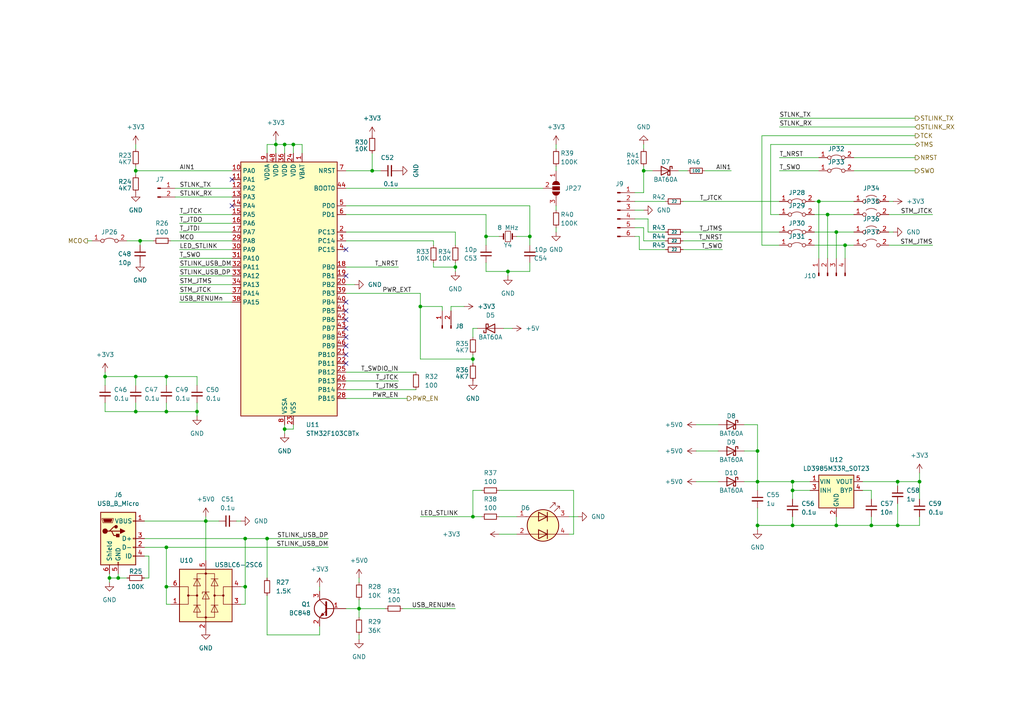
<source format=kicad_sch>
(kicad_sch (version 20230121) (generator eeschema)
  (paper "A4")
  (lib_symbols
    (symbol "Connector:Conn_01x02_Pin" (pin_names (offset 1.016) hide)
      (property "Reference" "J" (at 0 2.54 0))
      (property "Value" "Conn_01x02_Pin" (at 0 -5.08 0))
      (symbol "Conn_01x02_Pin_1_1"
        (pin passive line (at 5.08 0 180) (length 3.81) (name "Pin_1") (number "1"))
        (pin passive line (at 5.08 -2.54 180) (length 3.81) (name "Pin_2") (number "2"))
      )
    )
    (symbol "Connector:Conn_01x04_Pin" (pin_names (offset 1.016) hide)
      (property "Reference" "J" (at 0 5.08 0))
      (property "Value" "Conn_01x04_Pin" (at 0 -7.62 0))
      (symbol "Conn_01x04_Pin_1_1"
        (pin passive line (at 5.08 2.54 180) (length 3.81) (name "Pin_1") (number "1"))
        (pin passive line (at 5.08 0 180) (length 3.81) (name "Pin_2") (number "2"))
        (pin passive line (at 5.08 -2.54 180) (length 3.81) (name "Pin_3") (number "3"))
        (pin passive line (at 5.08 -5.08 180) (length 3.81) (name "Pin_4") (number "4"))
      )
    )
    (symbol "Connector:Conn_01x06_Pin" (pin_names (offset 1.016) hide)
      (property "Reference" "J" (at 0 7.62 0))
      (property "Value" "Conn_01x06_Pin" (at 0 -10.16 0))
      (symbol "Conn_01x06_Pin_1_1"
        (pin passive line (at 5.08 5.08 180) (length 3.81) (name "Pin_1") (number "1"))
        (pin passive line (at 5.08 2.54 180) (length 3.81) (name "Pin_2") (number "2"))
        (pin passive line (at 5.08 0 180) (length 3.81) (name "Pin_3") (number "3"))
        (pin passive line (at 5.08 -2.54 180) (length 3.81) (name "Pin_4") (number "4"))
        (pin passive line (at 5.08 -5.08 180) (length 3.81) (name "Pin_5") (number "5"))
        (pin passive line (at 5.08 -7.62 180) (length 3.81) (name "Pin_6") (number "6"))
      )
    )
    (symbol "Connector:USB_B_Micro" (pin_names (offset 1.016))
      (property "Reference" "J" (at -5.08 11.43 0))
      (property "Value" "USB_B_Micro" (at -5.08 8.89 0))
      (symbol "USB_B_Micro_1_1"
        (pin power_out line (at 7.62 5.08 180) (length 2.54) (name "VBUS") (number "1"))
        (pin bidirectional line (at 7.62 -2.54 180) (length 2.54) (name "D-") (number "2"))
        (pin bidirectional line (at 7.62 0 180) (length 2.54) (name "D+") (number "3"))
        (pin passive line (at 7.62 -5.08 180) (length 2.54) (name "ID") (number "4"))
        (pin power_out line (at 0 -10.16 90) (length 2.54) (name "GND") (number "5"))
        (pin passive line (at -2.54 -10.16 90) (length 2.54) (name "Shield") (number "6"))
      )
    )
    (symbol "Device:C_Small" (pin_numbers hide) (pin_names (offset 0.254) hide)
      (property "Reference" "C" (at 0.254 1.778 0))
      (property "Value" "C_Small" (at 0.254 -2.032 0))
      (symbol "C_Small_1_1"
        (pin passive line (at 0 2.54 270) (length 2.032) (name "~") (number "1"))
        (pin passive line (at 0 -2.54 90) (length 2.032) (name "~") (number "2"))
      )
    )
    (symbol "Device:Crystal_Small" (pin_numbers hide) (pin_names (offset 1.016) hide)
      (property "Reference" "Y2" (at 0 2.54 0))
      (property "Value" "8 MHz" (at 0 -2.54 0))
      (symbol "Crystal_Small_1_1"
        (pin passive line (at -2.54 0 0) (length 1.27) (name "1") (number "1"))
        (pin passive line (at 2.54 0 180) (length 1.27) (name "3") (number "3"))
      )
    )
    (symbol "Device:LED_Dual_AAKK" (pin_names (offset 0) hide)
      (property "Reference" "D" (at 0 5.715 0))
      (property "Value" "LED_Dual_AAKK" (at 0 -6.35 0))
      (symbol "LED_Dual_AAKK_1_1"
        (pin input line (at -7.62 2.54 0) (length 3.048) (name "A1") (number "1"))
        (pin input line (at -7.62 -2.54 0) (length 3.048) (name "A2") (number "2"))
        (pin input line (at 7.62 2.54 180) (length 3.81) (name "K1") (number "3"))
        (pin input line (at 7.62 -2.54 180) (length 3.81) (name "K2") (number "4"))
      )
    )
    (symbol "Device:R_Small" (pin_numbers hide) (pin_names (offset 0.254) hide)
      (property "Reference" "R" (at 0.762 0.508 0))
      (property "Value" "R_Small" (at 0.762 -1.016 0))
      (symbol "R_Small_1_1"
        (pin passive line (at 0 2.54 270) (length 0.762) (name "~") (number "1"))
        (pin passive line (at 0 -2.54 90) (length 0.762) (name "~") (number "2"))
      )
    )
    (symbol "Diode:BAT60A" (pin_numbers hide) (pin_names (offset 1.016) hide)
      (property "Reference" "D" (at 0 2.54 0))
      (property "Value" "BAT60A" (at 0 -2.54 0))
      (symbol "BAT60A_1_1"
        (pin passive line (at -3.81 0 0) (length 2.54) (name "K") (number "1"))
        (pin passive line (at 3.81 0 180) (length 2.54) (name "A") (number "2"))
      )
    )
    (symbol "Jumper:Jumper_2_Bridged" (pin_names (offset 0) hide)
      (property "Reference" "JP" (at 0 1.905 0))
      (property "Value" "Jumper_2_Bridged" (at 0 -2.54 0))
      (symbol "Jumper_2_Bridged_1_1"
        (pin passive line (at -5.08 0 0) (length 2.54) (name "A") (number "1"))
        (pin passive line (at 5.08 0 180) (length 2.54) (name "B") (number "2"))
      )
    )
    (symbol "Jumper:Jumper_2_Open" (pin_names (offset 0) hide)
      (property "Reference" "JP" (at 0 2.794 0))
      (property "Value" "Jumper_2_Open" (at 0 -2.286 0))
      (symbol "Jumper_2_Open_1_1"
        (pin passive line (at -5.08 0 0) (length 2.54) (name "A") (number "1"))
        (pin passive line (at 5.08 0 180) (length 2.54) (name "B") (number "2"))
      )
    )
    (symbol "Jumper:SolderJumper_3_Open" (pin_names (offset 0) hide)
      (property "Reference" "JP" (at -2.54 -2.54 0))
      (property "Value" "SolderJumper_3_Open" (at 0 2.794 0))
      (symbol "SolderJumper_3_Open_1_1"
        (pin passive line (at -5.08 0 0) (length 2.54) (name "A") (number "1"))
        (pin passive line (at 0 -3.81 90) (length 2.54) (name "C") (number "2"))
        (pin passive line (at 5.08 0 180) (length 2.54) (name "B") (number "3"))
      )
    )
    (symbol "MCU_ST_STM32F1:STM32F103CBTx"
      (property "Reference" "U" (at -12.7 39.37 0))
      (property "Value" "STM32F103CBTx" (at 10.16 39.37 0))
      (symbol "STM32F103CBTx_1_1"
        (pin power_in line (at -2.54 40.64 270) (length 2.54) (name "VBAT") (number "1"))
        (pin bidirectional line (at 17.78 35.56 180) (length 2.54) (name "PA0") (number "10"))
        (pin bidirectional line (at 17.78 33.02 180) (length 2.54) (name "PA1") (number "11"))
        (pin bidirectional line (at 17.78 30.48 180) (length 2.54) (name "PA2") (number "12"))
        (pin bidirectional line (at 17.78 27.94 180) (length 2.54) (name "PA3") (number "13"))
        (pin bidirectional line (at 17.78 25.4 180) (length 2.54) (name "PA4") (number "14"))
        (pin bidirectional line (at 17.78 22.86 180) (length 2.54) (name "PA5") (number "15"))
        (pin bidirectional line (at 17.78 20.32 180) (length 2.54) (name "PA6") (number "16"))
        (pin bidirectional line (at 17.78 17.78 180) (length 2.54) (name "PA7") (number "17"))
        (pin bidirectional line (at -15.24 7.62 0) (length 2.54) (name "PB0") (number "18"))
        (pin bidirectional line (at -15.24 5.08 0) (length 2.54) (name "PB1") (number "19"))
        (pin bidirectional line (at -15.24 17.78 0) (length 2.54) (name "PC13") (number "2"))
        (pin bidirectional line (at -15.24 2.54 0) (length 2.54) (name "PB2") (number "20"))
        (pin bidirectional line (at -15.24 -17.78 0) (length 2.54) (name "PB10") (number "21"))
        (pin bidirectional line (at -15.24 -20.32 0) (length 2.54) (name "PB11") (number "22"))
        (pin power_in line (at 0 -38.1 90) (length 2.54) (name "VSS") (number "23"))
        (pin power_in line (at 0 40.64 270) (length 2.54) (name "VDD") (number "24"))
        (pin bidirectional line (at -15.24 -22.86 0) (length 2.54) (name "PB12") (number "25"))
        (pin bidirectional line (at -15.24 -25.4 0) (length 2.54) (name "PB13") (number "26"))
        (pin bidirectional line (at -15.24 -27.94 0) (length 2.54) (name "PB14") (number "27"))
        (pin bidirectional line (at -15.24 -30.48 0) (length 2.54) (name "PB15") (number "28"))
        (pin bidirectional line (at 17.78 15.24 180) (length 2.54) (name "PA8") (number "29"))
        (pin bidirectional line (at -15.24 15.24 0) (length 2.54) (name "PC14") (number "3"))
        (pin bidirectional line (at 17.78 12.7 180) (length 2.54) (name "PA9") (number "30"))
        (pin bidirectional line (at 17.78 10.16 180) (length 2.54) (name "PA10") (number "31"))
        (pin bidirectional line (at 17.78 7.62 180) (length 2.54) (name "PA11") (number "32"))
        (pin bidirectional line (at 17.78 5.08 180) (length 2.54) (name "PA12") (number "33"))
        (pin bidirectional line (at 17.78 2.54 180) (length 2.54) (name "PA13") (number "34"))
        (pin passive line (at 0 -38.1 90) (length 2.54) hide (name "VSS") (number "35"))
        (pin power_in line (at 2.54 40.64 270) (length 2.54) (name "VDD") (number "36"))
        (pin bidirectional line (at 17.78 0 180) (length 2.54) (name "PA14") (number "37"))
        (pin bidirectional line (at 17.78 -2.54 180) (length 2.54) (name "PA15") (number "38"))
        (pin bidirectional line (at -15.24 0 0) (length 2.54) (name "PB3") (number "39"))
        (pin bidirectional line (at -15.24 12.7 0) (length 2.54) (name "PC15") (number "4"))
        (pin bidirectional line (at -15.24 -2.54 0) (length 2.54) (name "PB4") (number "40"))
        (pin bidirectional line (at -15.24 -5.08 0) (length 2.54) (name "PB5") (number "41"))
        (pin bidirectional line (at -15.24 -7.62 0) (length 2.54) (name "PB6") (number "42"))
        (pin bidirectional line (at -15.24 -10.16 0) (length 2.54) (name "PB7") (number "43"))
        (pin input line (at -15.24 30.48 0) (length 2.54) (name "BOOT0") (number "44"))
        (pin bidirectional line (at -15.24 -12.7 0) (length 2.54) (name "PB8") (number "45"))
        (pin bidirectional line (at -15.24 -15.24 0) (length 2.54) (name "PB9") (number "46"))
        (pin passive line (at 0 -38.1 90) (length 2.54) hide (name "VSS") (number "47"))
        (pin power_in line (at 5.08 40.64 270) (length 2.54) (name "VDD") (number "48"))
        (pin bidirectional line (at -15.24 25.4 0) (length 2.54) (name "PD0") (number "5"))
        (pin bidirectional line (at -15.24 22.86 0) (length 2.54) (name "PD1") (number "6"))
        (pin input line (at -15.24 35.56 0) (length 2.54) (name "NRST") (number "7"))
        (pin power_in line (at 2.54 -38.1 90) (length 2.54) (name "VSSA") (number "8"))
        (pin power_in line (at 7.62 40.64 270) (length 2.54) (name "VDDA") (number "9"))
      )
    )
    (symbol "Power_Protection:USBLC6-2SC6" (pin_names hide)
      (property "Reference" "U" (at 2.54 8.89 0))
      (property "Value" "USBLC6-2SC6" (at 2.54 -8.89 0))
      (symbol "USBLC6-2SC6_1_1"
        (pin passive line (at -10.16 -2.54 0) (length 2.54) (name "I/O1") (number "1"))
        (pin passive line (at 0 -10.16 90) (length 2.54) (name "GND") (number "2"))
        (pin passive line (at 10.16 -2.54 180) (length 2.54) (name "I/O2") (number "3"))
        (pin passive line (at 10.16 2.54 180) (length 2.54) (name "I/O2") (number "4"))
        (pin passive line (at 0 10.16 270) (length 2.54) (name "VBUS") (number "5"))
        (pin passive line (at -10.16 2.54 0) (length 2.54) (name "I/O1") (number "6"))
      )
    )
    (symbol "Regulator_Linear:LD3985M33R_SOT23" (pin_names (offset 0.254))
      (property "Reference" "U" (at -3.81 5.715 0))
      (property "Value" "LD3985M33R_SOT23" (at 0 5.715 0))
      (symbol "LD3985M33R_SOT23_1_1"
        (pin power_in line (at -7.62 2.54 0) (length 2.54) (name "VIN") (number "1"))
        (pin power_in line (at 0 -7.62 90) (length 2.54) (name "GND") (number "2"))
        (pin input line (at -7.62 0 0) (length 2.54) (name "INH") (number "3"))
        (pin input line (at 7.62 0 180) (length 2.54) (name "BYP") (number "4"))
        (pin power_out line (at 7.62 2.54 180) (length 2.54) (name "VOUT") (number "5"))
      )
    )
    (symbol "Transistor_BJT:BC848" (pin_names (offset 0) hide)
      (property "Reference" "Q" (at 5.08 1.905 0))
      (property "Value" "BC848" (at 5.08 0 0))
      (symbol "BC848_1_1"
        (pin input line (at -5.08 0 0) (length 5.715) (name "B") (number "1"))
        (pin passive line (at 2.54 -5.08 90) (length 2.54) (name "E") (number "2"))
        (pin passive line (at 2.54 5.08 270) (length 2.54) (name "C") (number "3"))
      )
    )
    (symbol "meshium_duo:+3V3_PER" (power) (pin_names (offset 0))
      (property "Value" "+3V3_PER" (at 0 3.556 0))
      (symbol "+3V3_PER_1_1"
        (pin power_in line (at 0 0 90) (length 0) hide (name "+3V3") (number "1"))
      )
    )
    (symbol "meshium_duo:+3V3_ST_LINK" (power) (pin_names (offset 0))
      (property "Value" "+3V3_ST_LINK" (at 0 3.556 0))
      (symbol "+3V3_ST_LINK_1_1"
        (pin power_in line (at 0 0 90) (length 0) hide (name "+3V3") (number "1"))
      )
    )
    (symbol "meshium_duo:E5V" (power) (pin_names (offset 0))
      (property "Value" "E5V" (at 0 3.556 0))
      (symbol "E5V_1_1"
        (pin power_in line (at 0 0 90) (length 0) hide (name "+5V0") (number "1"))
      )
    )
    (symbol "meshium_duo:U5V" (power) (pin_names (offset 0))
      (property "Value" "U5V" (at 0 3.556 0))
      (symbol "U5V_1_1"
        (pin power_in line (at 0 0 90) (length 0) hide (name "+5V0") (number "1"))
      )
    )
    (symbol "meshium_duo:VIN_5V" (power) (pin_names (offset 0))
      (property "Value" "VIN_5V" (at 0 3.556 0))
      (symbol "VIN_5V_1_1"
        (pin power_in line (at 0 0 90) (length 0) hide (name "+5V0") (number "1"))
      )
    )
    (symbol "power:+5V" (power) (pin_names (offset 0))
      (property "Value" "+5V" (at 0 3.556 0))
      (symbol "+5V_1_1"
        (pin power_in line (at 0 0 90) (length 0) hide (name "+5V") (number "1"))
      )
    )
    (symbol "power:GND" (power) (pin_names (offset 0))
      (property "Value" "GND" (at 0 -3.81 0))
      (symbol "GND_1_1"
        (pin power_in line (at 0 0 270) (length 0) hide (name "GND") (number "1"))
      )
    )
  )
  (junction (at 31.75 167.64))
  (junction (at 71.12 170.18))
  (junction (at 39.37 109.22))
  (junction (at 137.16 104.14))
  (junction (at 82.55 124.46))
  (junction (at 186.69 49.53))
  (junction (at 57.15 119.38))
  (junction (at 30.48 109.22))
  (junction (at 107.95 49.53))
  (junction (at 260.35 139.7))
  (junction (at 229.87 152.4))
  (junction (at 252.73 152.4))
  (junction (at 71.12 156.21))
  (junction (at 245.11 71.12))
  (junction (at 121.92 88.9))
  (junction (at 39.37 119.38))
  (junction (at 137.16 149.86))
  (junction (at 140.97 68.58))
  (junction (at 48.26 119.38))
  (junction (at 260.35 152.4))
  (junction (at 219.71 130.81))
  (junction (at 266.7 139.7))
  (junction (at 48.26 170.18))
  (junction (at 80.01 41.91))
  (junction (at 147.32 78.74))
  (junction (at 237.49 58.42))
  (junction (at 240.03 62.23))
  (junction (at 242.57 67.31))
  (junction (at 39.37 49.53))
  (junction (at 219.71 139.7))
  (junction (at 48.26 158.75))
  (junction (at 34.29 167.64))
  (junction (at 40.64 69.85))
  (junction (at 219.71 152.4))
  (junction (at 153.67 68.58))
  (junction (at 85.09 41.91))
  (junction (at 242.57 152.4))
  (junction (at 229.87 139.7))
  (junction (at 132.08 77.47))
  (junction (at 48.26 109.22))
  (junction (at 229.87 142.24))
  (junction (at 82.55 41.91))
  (junction (at 77.47 156.21))
  (junction (at 104.14 176.53))
  (junction (at 59.69 151.13))
  (no_connect (at 67.31 59.69))
  (no_connect (at 100.33 80.01))
  (no_connect (at 100.33 72.39))
  (no_connect (at 100.33 100.33))
  (no_connect (at 100.33 92.71))
  (no_connect (at 100.33 95.25))
  (no_connect (at 100.33 87.63))
  (no_connect (at 100.33 105.41))
  (no_connect (at 100.33 90.17))
  (no_connect (at 67.31 52.07))
  (no_connect (at 100.33 102.87))
  (no_connect (at 100.33 97.79))
  (wire (pts (xy 144.78 149.86) (xy 149.86 149.86)))
  (wire (pts (xy 52.07 85.09) (xy 67.31 85.09)))
  (wire (pts (xy 161.29 66.04) (xy 161.29 67.31)))
  (wire (pts (xy 257.81 67.31) (xy 259.08 67.31)))
  (wire (pts (xy 219.71 139.7) (xy 215.9 139.7)))
  (wire (pts (xy 36.83 69.85) (xy 40.64 69.85)))
  (wire (pts (xy 100.33 82.55) (xy 102.87 82.55)))
  (wire (pts (xy 184.15 55.88) (xy 186.69 55.88)))
  (wire (pts (xy 39.37 116.84) (xy 39.37 119.38)))
  (wire (pts (xy 226.06 34.29) (xy 265.43 34.29)))
  (wire (pts (xy 41.91 151.13) (xy 59.69 151.13)))
  (wire (pts (xy 186.69 48.26) (xy 186.69 49.53)))
  (wire (pts (xy 147.32 80.01) (xy 147.32 78.74)))
  (wire (pts (xy 153.67 59.69) (xy 153.67 68.58)))
  (wire (pts (xy 48.26 119.38) (xy 39.37 119.38)))
  (wire (pts (xy 31.75 167.64) (xy 34.29 167.64)))
  (wire (pts (xy 80.01 41.91) (xy 80.01 44.45)))
  (wire (pts (xy 116.84 176.53) (xy 132.08 176.53)))
  (wire (pts (xy 77.47 156.21) (xy 77.47 167.64)))
  (wire (pts (xy 226.06 49.53) (xy 237.49 49.53)))
  (wire (pts (xy 139.7 142.24) (xy 137.16 142.24)))
  (wire (pts (xy 68.58 151.13) (xy 69.85 151.13)))
  (wire (pts (xy 121.92 104.14) (xy 121.92 88.9)))
  (wire (pts (xy 100.33 69.85) (xy 125.73 69.85)))
  (wire (pts (xy 52.07 67.31) (xy 67.31 67.31)))
  (wire (pts (xy 100.33 77.47) (xy 115.57 77.47)))
  (wire (pts (xy 31.75 166.37) (xy 31.75 167.64)))
  (wire (pts (xy 107.95 49.53) (xy 100.33 49.53)))
  (wire (pts (xy 43.18 167.64) (xy 41.91 167.64)))
  (wire (pts (xy 260.35 146.05) (xy 260.35 152.4)))
  (wire (pts (xy 48.26 109.22) (xy 48.26 111.76)))
  (wire (pts (xy 266.7 139.7) (xy 266.7 144.78)))
  (wire (pts (xy 85.09 124.46) (xy 82.55 124.46)))
  (wire (pts (xy 77.47 184.15) (xy 77.47 172.72)))
  (wire (pts (xy 236.22 58.42) (xy 237.49 58.42)))
  (wire (pts (xy 128.27 88.9) (xy 121.92 88.9)))
  (wire (pts (xy 153.67 68.58) (xy 153.67 71.12)))
  (wire (pts (xy 140.97 62.23) (xy 100.33 62.23)))
  (wire (pts (xy 140.97 78.74) (xy 140.97 76.2)))
  (wire (pts (xy 250.19 139.7) (xy 260.35 139.7)))
  (wire (pts (xy 226.06 71.12) (xy 220.98 71.12)))
  (wire (pts (xy 104.14 176.53) (xy 104.14 179.07)))
  (wire (pts (xy 48.26 116.84) (xy 48.26 119.38)))
  (wire (pts (xy 50.8 57.15) (xy 67.31 57.15)))
  (wire (pts (xy 229.87 152.4) (xy 242.57 152.4)))
  (wire (pts (xy 186.69 69.85) (xy 193.04 69.85)))
  (wire (pts (xy 140.97 68.58) (xy 140.97 71.12)))
  (wire (pts (xy 260.35 139.7) (xy 260.35 140.97)))
  (wire (pts (xy 137.16 104.14) (xy 121.92 104.14)))
  (wire (pts (xy 40.64 69.85) (xy 40.64 71.12)))
  (wire (pts (xy 59.69 149.86) (xy 59.69 151.13)))
  (wire (pts (xy 229.87 149.86) (xy 229.87 152.4)))
  (wire (pts (xy 237.49 58.42) (xy 237.49 74.93)))
  (wire (pts (xy 257.81 71.12) (xy 270.51 71.12)))
  (wire (pts (xy 121.92 149.86) (xy 137.16 149.86)))
  (wire (pts (xy 43.18 161.29) (xy 43.18 167.64)))
  (wire (pts (xy 69.85 170.18) (xy 71.12 170.18)))
  (wire (pts (xy 219.71 152.4) (xy 229.87 152.4)))
  (wire (pts (xy 146.05 95.25) (xy 148.59 95.25)))
  (wire (pts (xy 198.12 58.42) (xy 226.06 58.42)))
  (wire (pts (xy 186.69 41.91) (xy 186.69 43.18)))
  (wire (pts (xy 30.48 107.95) (xy 30.48 109.22)))
  (wire (pts (xy 25.4 69.85) (xy 26.67 69.85)))
  (wire (pts (xy 85.09 123.19) (xy 85.09 124.46)))
  (wire (pts (xy 196.85 49.53) (xy 199.39 49.53)))
  (wire (pts (xy 184.15 68.58) (xy 185.42 68.58)))
  (wire (pts (xy 34.29 167.64) (xy 34.29 166.37)))
  (wire (pts (xy 198.12 67.31) (xy 226.06 67.31)))
  (wire (pts (xy 242.57 67.31) (xy 247.65 67.31)))
  (wire (pts (xy 50.8 54.61) (xy 67.31 54.61)))
  (wire (pts (xy 100.33 113.03) (xy 120.65 113.03)))
  (wire (pts (xy 82.55 41.91) (xy 85.09 41.91)))
  (wire (pts (xy 92.71 184.15) (xy 77.47 184.15)))
  (wire (pts (xy 30.48 119.38) (xy 30.48 116.84)))
  (wire (pts (xy 100.33 54.61) (xy 157.48 54.61)))
  (wire (pts (xy 52.07 82.55) (xy 67.31 82.55)))
  (wire (pts (xy 80.01 41.91) (xy 82.55 41.91)))
  (wire (pts (xy 226.06 36.83) (xy 265.43 36.83)))
  (wire (pts (xy 144.78 68.58) (xy 140.97 68.58)))
  (wire (pts (xy 187.96 63.5) (xy 187.96 67.31)))
  (wire (pts (xy 48.26 170.18) (xy 48.26 175.26)))
  (wire (pts (xy 165.1 154.94) (xy 166.37 154.94)))
  (wire (pts (xy 219.71 123.19) (xy 219.71 130.81)))
  (wire (pts (xy 39.37 48.26) (xy 39.37 49.53)))
  (wire (pts (xy 165.1 149.86) (xy 167.64 149.86)))
  (wire (pts (xy 138.43 95.25) (xy 137.16 95.25)))
  (wire (pts (xy 186.69 49.53) (xy 189.23 49.53)))
  (wire (pts (xy 48.26 158.75) (xy 95.25 158.75)))
  (wire (pts (xy 223.52 41.91) (xy 265.43 41.91)))
  (wire (pts (xy 140.97 68.58) (xy 140.97 62.23)))
  (wire (pts (xy 71.12 156.21) (xy 71.12 170.18)))
  (wire (pts (xy 71.12 175.26) (xy 71.12 170.18)))
  (wire (pts (xy 229.87 139.7) (xy 234.95 139.7)))
  (wire (pts (xy 52.07 62.23) (xy 67.31 62.23)))
  (wire (pts (xy 266.7 152.4) (xy 260.35 152.4)))
  (wire (pts (xy 100.33 67.31) (xy 132.08 67.31)))
  (wire (pts (xy 198.12 72.39) (xy 209.55 72.39)))
  (wire (pts (xy 49.53 175.26) (xy 48.26 175.26)))
  (wire (pts (xy 130.81 88.9) (xy 130.81 90.17)))
  (wire (pts (xy 166.37 154.94) (xy 166.37 142.24)))
  (wire (pts (xy 266.7 139.7) (xy 266.7 137.16)))
  (wire (pts (xy 57.15 119.38) (xy 48.26 119.38)))
  (wire (pts (xy 30.48 109.22) (xy 39.37 109.22)))
  (wire (pts (xy 144.78 154.94) (xy 149.86 154.94)))
  (wire (pts (xy 52.07 80.01) (xy 67.31 80.01)))
  (wire (pts (xy 153.67 78.74) (xy 147.32 78.74)))
  (wire (pts (xy 104.14 184.15) (xy 104.14 185.42)))
  (wire (pts (xy 31.75 167.64) (xy 31.75 168.91)))
  (wire (pts (xy 220.98 71.12) (xy 220.98 39.37)))
  (wire (pts (xy 260.35 152.4) (xy 252.73 152.4)))
  (wire (pts (xy 121.92 88.9) (xy 121.92 85.09)))
  (wire (pts (xy 77.47 44.45) (xy 77.47 41.91)))
  (wire (pts (xy 39.37 49.53) (xy 39.37 50.8)))
  (wire (pts (xy 250.19 142.24) (xy 252.73 142.24)))
  (wire (pts (xy 240.03 62.23) (xy 247.65 62.23)))
  (wire (pts (xy 153.67 68.58) (xy 149.86 68.58)))
  (wire (pts (xy 153.67 76.2) (xy 153.67 78.74)))
  (wire (pts (xy 198.12 69.85) (xy 209.55 69.85)))
  (wire (pts (xy 71.12 156.21) (xy 77.47 156.21)))
  (wire (pts (xy 257.81 62.23) (xy 270.51 62.23)))
  (wire (pts (xy 252.73 142.24) (xy 252.73 144.78)))
  (wire (pts (xy 247.65 45.72) (xy 265.43 45.72)))
  (wire (pts (xy 41.91 158.75) (xy 48.26 158.75)))
  (wire (pts (xy 110.49 49.53) (xy 107.95 49.53)))
  (wire (pts (xy 132.08 77.47) (xy 132.08 78.74)))
  (wire (pts (xy 236.22 71.12) (xy 245.11 71.12)))
  (wire (pts (xy 57.15 109.22) (xy 57.15 111.76)))
  (wire (pts (xy 82.55 41.91) (xy 82.55 44.45)))
  (wire (pts (xy 125.73 69.85) (xy 125.73 71.12)))
  (wire (pts (xy 219.71 147.32) (xy 219.71 152.4)))
  (wire (pts (xy 184.15 66.04) (xy 186.69 66.04)))
  (wire (pts (xy 41.91 161.29) (xy 43.18 161.29)))
  (wire (pts (xy 219.71 152.4) (xy 219.71 153.67)))
  (wire (pts (xy 49.53 69.85) (xy 67.31 69.85)))
  (wire (pts (xy 82.55 123.19) (xy 82.55 124.46)))
  (wire (pts (xy 229.87 142.24) (xy 234.95 142.24)))
  (wire (pts (xy 39.37 49.53) (xy 67.31 49.53)))
  (wire (pts (xy 52.07 87.63) (xy 67.31 87.63)))
  (wire (pts (xy 185.42 72.39) (xy 193.04 72.39)))
  (wire (pts (xy 226.06 62.23) (xy 223.52 62.23)))
  (wire (pts (xy 215.9 130.81) (xy 219.71 130.81)))
  (wire (pts (xy 186.69 66.04) (xy 186.69 69.85)))
  (wire (pts (xy 34.29 167.64) (xy 36.83 167.64)))
  (wire (pts (xy 48.26 170.18) (xy 49.53 170.18)))
  (wire (pts (xy 147.32 78.74) (xy 140.97 78.74)))
  (wire (pts (xy 137.16 142.24) (xy 137.16 149.86)))
  (wire (pts (xy 39.37 41.91) (xy 39.37 43.18)))
  (wire (pts (xy 132.08 67.31) (xy 132.08 71.12)))
  (wire (pts (xy 166.37 142.24) (xy 144.78 142.24)))
  (wire (pts (xy 161.29 59.69) (xy 161.29 60.96)))
  (wire (pts (xy 184.15 63.5) (xy 187.96 63.5)))
  (wire (pts (xy 242.57 152.4) (xy 242.57 149.86)))
  (wire (pts (xy 236.22 67.31) (xy 242.57 67.31)))
  (wire (pts (xy 247.65 49.53) (xy 265.43 49.53)))
  (wire (pts (xy 204.47 49.53) (xy 212.09 49.53)))
  (wire (pts (xy 137.16 104.14) (xy 137.16 105.41)))
  (wire (pts (xy 184.15 58.42) (xy 193.04 58.42)))
  (wire (pts (xy 80.01 40.64) (xy 80.01 41.91)))
  (wire (pts (xy 201.93 130.81) (xy 208.28 130.81)))
  (wire (pts (xy 57.15 119.38) (xy 57.15 120.65)))
  (wire (pts (xy 82.55 125.73) (xy 82.55 124.46)))
  (wire (pts (xy 39.37 119.38) (xy 30.48 119.38)))
  (wire (pts (xy 77.47 41.91) (xy 80.01 41.91)))
  (wire (pts (xy 77.47 156.21) (xy 95.25 156.21)))
  (wire (pts (xy 220.98 39.37) (xy 265.43 39.37)))
  (wire (pts (xy 236.22 62.23) (xy 240.03 62.23)))
  (wire (pts (xy 48.26 109.22) (xy 57.15 109.22)))
  (wire (pts (xy 161.29 48.26) (xy 161.29 49.53)))
  (wire (pts (xy 59.69 162.56) (xy 59.69 151.13)))
  (wire (pts (xy 85.09 41.91) (xy 85.09 44.45)))
  (wire (pts (xy 30.48 111.76) (xy 30.48 109.22)))
  (wire (pts (xy 107.95 44.45) (xy 107.95 49.53)))
  (wire (pts (xy 229.87 142.24) (xy 229.87 144.78)))
  (wire (pts (xy 39.37 111.76) (xy 39.37 109.22)))
  (wire (pts (xy 185.42 68.58) (xy 185.42 72.39)))
  (wire (pts (xy 240.03 62.23) (xy 240.03 74.93)))
  (wire (pts (xy 48.26 158.75) (xy 48.26 170.18)))
  (wire (pts (xy 87.63 41.91) (xy 87.63 44.45)))
  (wire (pts (xy 215.9 123.19) (xy 219.71 123.19)))
  (wire (pts (xy 57.15 116.84) (xy 57.15 119.38)))
  (wire (pts (xy 100.33 115.57) (xy 118.11 115.57)))
  (wire (pts (xy 266.7 149.86) (xy 266.7 152.4)))
  (wire (pts (xy 128.27 90.17) (xy 128.27 88.9)))
  (wire (pts (xy 100.33 176.53) (xy 104.14 176.53)))
  (wire (pts (xy 104.14 167.64) (xy 104.14 168.91)))
  (wire (pts (xy 69.85 175.26) (xy 71.12 175.26)))
  (wire (pts (xy 219.71 139.7) (xy 219.71 142.24)))
  (wire (pts (xy 132.08 77.47) (xy 132.08 76.2)))
  (wire (pts (xy 125.73 76.2) (xy 125.73 77.47)))
  (wire (pts (xy 137.16 95.25) (xy 137.16 97.79)))
  (wire (pts (xy 184.15 60.96) (xy 186.69 60.96)))
  (wire (pts (xy 137.16 149.86) (xy 139.7 149.86)))
  (wire (pts (xy 59.69 151.13) (xy 63.5 151.13)))
  (wire (pts (xy 52.07 64.77) (xy 67.31 64.77)))
  (wire (pts (xy 104.14 176.53) (xy 111.76 176.53)))
  (wire (pts (xy 186.69 49.53) (xy 186.69 55.88)))
  (wire (pts (xy 219.71 139.7) (xy 229.87 139.7)))
  (wire (pts (xy 92.71 170.18) (xy 92.71 171.45)))
  (wire (pts (xy 252.73 152.4) (xy 242.57 152.4)))
  (wire (pts (xy 201.93 139.7) (xy 208.28 139.7)))
  (wire (pts (xy 125.73 77.47) (xy 132.08 77.47)))
  (wire (pts (xy 229.87 139.7) (xy 229.87 142.24)))
  (wire (pts (xy 201.93 123.19) (xy 208.28 123.19)))
  (wire (pts (xy 100.33 85.09) (xy 121.92 85.09)))
  (wire (pts (xy 245.11 71.12) (xy 245.11 74.93)))
  (wire (pts (xy 40.64 69.85) (xy 44.45 69.85)))
  (wire (pts (xy 161.29 41.91) (xy 161.29 43.18)))
  (wire (pts (xy 52.07 72.39) (xy 67.31 72.39)))
  (wire (pts (xy 257.81 58.42) (xy 259.08 58.42)))
  (wire (pts (xy 260.35 139.7) (xy 266.7 139.7)))
  (wire (pts (xy 100.33 110.49) (xy 115.57 110.49)))
  (wire (pts (xy 223.52 41.91) (xy 223.52 62.23)))
  (wire (pts (xy 100.33 107.95) (xy 120.65 107.95)))
  (wire (pts (xy 100.33 59.69) (xy 153.67 59.69)))
  (wire (pts (xy 219.71 130.81) (xy 219.71 139.7)))
  (wire (pts (xy 226.06 45.72) (xy 237.49 45.72)))
  (wire (pts (xy 92.71 181.61) (xy 92.71 184.15)))
  (wire (pts (xy 41.91 156.21) (xy 71.12 156.21)))
  (wire (pts (xy 85.09 41.91) (xy 87.63 41.91)))
  (wire (pts (xy 104.14 173.99) (xy 104.14 176.53)))
  (wire (pts (xy 52.07 74.93) (xy 67.31 74.93)))
  (wire (pts (xy 252.73 149.86) (xy 252.73 152.4)))
  (wire (pts (xy 39.37 109.22) (xy 48.26 109.22)))
  (wire (pts (xy 52.07 77.47) (xy 67.31 77.47)))
  (wire (pts (xy 245.11 71.12) (xy 247.65 71.12)))
  (wire (pts (xy 242.57 67.31) (xy 242.57 74.93)))
  (wire (pts (xy 137.16 102.87) (xy 137.16 104.14)))
  (wire (pts (xy 237.49 58.42) (xy 247.65 58.42)))
  (wire (pts (xy 187.96 67.31) (xy 193.04 67.31)))
  (wire (pts (xy 134.62 88.9) (xy 130.81 88.9)))
  (label "STM_JTCK" (at 270.51 62.23 180))
  (label "T_JTCK" (at 115.57 110.49 180))
  (label "T_NRST" (at 226.06 45.72 0))
  (label "T_SWDIO_IN" (at 115.57 107.95 180))
  (label "T_JTDI" (at 52.07 67.31 0))
  (label "STM_JTMS" (at 52.07 82.55 0))
  (label "STLNK_RX" (at 226.06 36.83 0))
  (label "T_JTMS" (at 209.55 67.31 180))
  (label "STLINK_USB_DM" (at 52.07 77.47 0))
  (label "T_NRST" (at 115.57 77.47 180))
  (label "T_SWO" (at 209.55 72.39 180))
  (label "AIN1" (at 52.07 49.53 0))
  (label "T_SWO" (at 52.07 74.93 0))
  (label "STM_JTMS" (at 270.51 71.12 180))
  (label "STLNK_TX" (at 52.07 54.61 0))
  (label "USB_RENUMn" (at 52.07 87.63 0))
  (label "LED_STLINK" (at 52.07 72.39 0))
  (label "STLINK_USB_DP" (at 95.25 156.21 180))
  (label "STLNK_RX" (at 52.07 57.15 0))
  (label "LED_STLINK" (at 121.92 149.86 0))
  (label "AIN1" (at 212.09 49.53 180))
  (label "T_JTMS" (at 115.57 113.03 180))
  (label "T_SWO" (at 226.06 49.53 0))
  (label "STLNK_TX" (at 226.06 34.29 0))
  (label "STM_JTCK" (at 52.07 85.09 0))
  (label "PWR_EXT" (at 119.38 85.09 180))
  (label "USB_RENUMn" (at 132.08 176.53 180))
  (label "T_JTCK" (at 209.55 58.42 180))
  (label "MCO" (at 52.07 69.85 0))
  (label "T_JTDO" (at 52.07 64.77 0))
  (label "STLINK_USB_DM" (at 95.25 158.75 180))
  (label "PWR_EN" (at 115.57 115.57 180))
  (label "T_NRST" (at 209.55 69.85 180))
  (label "STLINK_USB_DP" (at 52.07 80.01 0))
  (label "T_JTCK" (at 52.07 62.23 0))
  (hierarchical_label "STLINK_RX" (shape input) (at 265.43 36.83 0))
  (hierarchical_label "TMS" (shape bidirectional) (at 265.43 41.91 0))
  (hierarchical_label "TCK" (shape output) (at 265.43 39.37 0))
  (hierarchical_label "NRST" (shape output) (at 265.43 45.72 0))
  (hierarchical_label "SWO" (shape output) (at 265.43 49.53 0))
  (hierarchical_label "MCO" (shape output) (at 25.4 69.85 180))
  (hierarchical_label "PWR_EN" (shape output) (at 118.11 115.57 0))
  (hierarchical_label "STLINK_TX" (shape output) (at 265.43 34.29 0))
  (symbol (lib_id "Device:LED_Dual_AAKK") (at 157.48 152.4 0) (unit 1)
    (property "Reference" "D6" (at 152.4 147.32 0))
    (property "Value" "LED_Dual_AAKK" (effects hide))
    (property "Footprint" "Footpint:LED_Kingbright_KPBD-3224" (effects hide))
  )
  (symbol (lib_id "Device:R_Small") (at 201.93 49.53 270) (unit 1)
    (property "Reference" "R46" (at 203.2 46.99 90) (effects (justify right)))
    (property "Value" "100" (at 201.93 49.53 90) (effects (font (size 0.8 0.8))))
    (property "Footprint" "Resistor_SMD:R_0603_1608Metric" (effects hide))
  )
  (symbol (lib_id "Device:R_Small") (at 39.37 45.72 180) (unit 1)
    (property "Reference" "R23" (at 34.29 45.085 0) (effects (justify right)))
    (property "Value" "4K7" (at 34.29 46.99 0) (effects (justify right)))
    (property "Footprint" "Resistor_SMD:R_0603_1608Metric" (effects hide))
  )
  (symbol (lib_id "Jumper:Jumper_2_Bridged") (at 231.14 58.42 0) (unit 1)
    (property "Reference" "JP28" (at 231.14 55.88 0))
    (property "Value" "Jumper_2_Bridged" (effects hide))
    (property "Footprint" "Jumper:SolderJumper-2_P1.3mm_Open_TrianglePad1.0x1.5mm" (effects hide))
  )
  (symbol (lib_id "meshium_duo:+3V3_PER") (at 39.37 41.91 0) (unit 1)
    (property "Reference" "#PWR080" (effects hide))
    (property "Value" "+3V3_PER" (at 39.37 36.83 0))
  )
  (symbol (lib_id "power:GND") (at 137.16 110.49 0) (unit 1)
    (property "Reference" "#PWR097" (effects hide))
    (property "Value" "GND" (at 137.16 115.57 0))
  )
  (symbol (lib_id "Device:R_Small") (at 195.58 72.39 270) (unit 1)
    (property "Reference" "R45" (at 193.04 71.12 90) (effects (justify right)))
    (property "Value" "22" (at 195.58 72.39 90) (effects (font (size 0.8 0.8))))
    (property "Footprint" "Resistor_SMD:R_0603_1608Metric" (effects hide))
  )
  (symbol (lib_id "Device:R_Small") (at 39.37 167.64 90) (unit 1)
    (property "Reference" "R25" (at 39.37 165.735 90))
    (property "Value" "100K" (at 39.37 170.18 90))
    (property "Footprint" "Resistor_SMD:R_0603_1608Metric" (effects hide))
  )
  (symbol (lib_id "Device:R_Small") (at 114.3 176.53 90) (unit 1)
    (property "Reference" "R31" (at 114.3 171.45 90))
    (property "Value" "100" (at 114.3 173.99 90))
    (property "Footprint" "Resistor_SMD:R_0603_1608Metric" (effects hide))
  )
  (symbol (lib_id "Device:R_Small") (at 107.95 41.91 180) (unit 1)
    (property "Reference" "R30" (at 102.87 41.275 0) (effects (justify right)))
    (property "Value" "10K" (at 102.87 43.18 0) (effects (justify right)))
    (property "Footprint" "Resistor_SMD:R_0603_1608Metric" (effects hide))
  )
  (symbol (lib_id "Device:C_Small") (at 40.64 73.66 180) (unit 1)
    (property "Reference" "C48" (at 38.1 73.66 0) (effects (justify left)))
    (property "Value" "10p" (at 38.1 76.2 0) (effects (justify left)))
    (property "Footprint" "Capacitor_SMD:C_0603_1608Metric" (effects hide))
  )
  (symbol (lib_id "Device:R_Small") (at 195.58 69.85 270) (unit 1)
    (property "Reference" "R44" (at 193.04 68.58 90) (effects (justify right)))
    (property "Value" "22" (at 195.58 69.85 90) (effects (font (size 0.8 0.8))))
    (property "Footprint" "Resistor_SMD:R_0603_1608Metric" (effects hide))
  )
  (symbol (lib_id "Device:C_Small") (at 153.67 73.66 180) (unit 1)
    (property "Reference" "C54" (at 158.75 74.93 0) (effects (justify left)))
    (property "Value" "10p" (at 158.75 72.39 0) (effects (justify left)))
    (property "Footprint" "Capacitor_SMD:C_0603_1608Metric" (effects hide))
  )
  (symbol (lib_id "Device:R_Small") (at 137.16 107.95 180) (unit 1)
    (property "Reference" "R36" (at 132.08 107.315 0) (effects (justify right)))
    (property "Value" "4K7" (at 132.08 109.22 0) (effects (justify right)))
    (property "Footprint" "Resistor_SMD:R_0603_1608Metric" (effects hide))
  )
  (symbol (lib_id "power:+5V") (at 148.59 95.25 270) (unit 1)
    (property "Reference" "#PWR0100" (effects hide))
    (property "Value" "+5V" (at 152.4 95.25 90) (effects (justify left)))
  )
  (symbol (lib_id "power:GND") (at 39.37 55.88 0) (unit 1)
    (property "Reference" "#PWR081" (effects hide))
    (property "Value" "GND" (at 39.37 60.96 0))
  )
  (symbol (lib_id "Device:R_Small") (at 142.24 149.86 90) (unit 1)
    (property "Reference" "R38" (at 142.24 144.78 90))
    (property "Value" "100" (at 142.24 147.32 90))
    (property "Footprint" "Resistor_SMD:R_0603_1608Metric" (effects hide))
  )
  (symbol (lib_id "Power_Protection:USBLC6-2SC6") (at 59.69 172.72 0) (unit 1)
    (property "Reference" "U10" (at 52.07 162.56 0) (effects (justify left)))
    (property "Value" "USBLC6-2SC6" (at 62.23 163.83 0) (effects (justify left)))
    (property "Footprint" "Package_TO_SOT_SMD:SOT-23-6" (effects hide))
    (property "Datasheet" "https://www.st.com/resource/en/datasheet/usblc6-2.pdf" (effects hide))
  )
  (symbol (lib_id "Device:C_Small") (at 140.97 73.66 180) (unit 1)
    (property "Reference" "C53" (at 138.43 74.9237 0) (effects (justify left)))
    (property "Value" "10p" (at 138.43 72.3837 0) (effects (justify left)))
    (property "Footprint" "Capacitor_SMD:C_0603_1608Metric" (effects hide))
  )
  (symbol (lib_id "Diode:BAT60A") (at 193.04 49.53 0) (mirror y) (unit 1)
    (property "Reference" "D7" (at 193.04 46.99 0))
    (property "Value" "BAT60A" (at 193.04 52.07 0))
    (property "Footprint" "Diode_SMD:D_SOD-323" (effects hide))
    (property "Datasheet" "https://www.infineon.com/dgdl/Infineon-BAT60ASERIES-DS-v01_01-en.pdf?fileId=db3a304313d846880113def70c9304a9" (effects hide))
  )
  (symbol (lib_id "Device:R_Small") (at 46.99 69.85 90) (unit 1)
    (property "Reference" "R26" (at 46.99 64.77 90))
    (property "Value" "100" (at 46.99 67.31 90))
    (property "Footprint" "Resistor_SMD:R_0603_1608Metric" (effects hide))
  )
  (symbol (lib_id "Connector:USB_B_Micro") (at 34.29 156.21 0) (unit 1)
    (property "Reference" "J6" (at 34.29 143.51 0))
    (property "Value" "USB_B_Micro" (at 34.29 146.05 0))
    (property "Footprint" "Footpint:USB_Micro-B_CUZD188-CB1Z" (effects hide))
  )
  (symbol (lib_id "meshium_duo:VIN_5V") (at 201.93 123.19 90) (unit 1)
    (property "Reference" "#PWR0106" (effects hide))
    (property "Value" "VIN_5V" (at 198.12 123.19 90) (effects (justify left)))
  )
  (symbol (lib_id "power:GND") (at 259.08 67.31 90) (unit 1)
    (property "Reference" "#PWR0111" (effects hide))
    (property "Value" "GND" (at 262.89 67.31 90) (effects (justify right)))
  )
  (symbol (lib_id "power:GND") (at 186.69 60.96 90) (unit 1)
    (property "Reference" "#PWR0105" (effects hide))
    (property "Value" "GND" (at 190.5 60.96 90) (effects (justify right)))
  )
  (symbol (lib_id "Regulator_Linear:LD3985M33R_SOT23") (at 242.57 142.24 0) (unit 1)
    (property "Reference" "U12" (at 242.57 133.35 0))
    (property "Value" "LD3985M33R_SOT23" (at 242.57 135.89 0))
    (property "Footprint" "Package_TO_SOT_SMD:SOT-23-5" (effects hide))
    (property "Datasheet" "http://www.st.com/internet/com/TECHNICAL_RESOURCES/TECHNICAL_LITERATURE/DATASHEET/CD00003395.pdf" (effects hide))
  )
  (symbol (lib_id "Device:R_Small") (at 161.29 45.72 180) (unit 1)
    (property "Reference" "R39" (at 162.56 44.45 0) (effects (justify right)))
    (property "Value" "100K" (at 162.56 46.99 0) (effects (justify right)))
    (property "Footprint" "Resistor_SMD:R_0603_1608Metric" (effects hide))
  )
  (symbol (lib_id "power:GND") (at 69.85 151.13 90) (unit 1)
    (property "Reference" "#PWR086" (effects hide))
    (property "Value" "GND" (at 73.66 151.13 90) (effects (justify right)))
  )
  (symbol (lib_id "Jumper:Jumper_2_Open") (at 252.73 62.23 0) (unit 1)
    (property "Reference" "JP35" (at 252.73 58.42 0))
    (property "Value" "Jumper_2_Open" (effects hide))
    (property "Footprint" "Jumper:SolderJumper-2_P1.3mm_Open_TrianglePad1.0x1.5mm" (effects hide))
  )
  (symbol (lib_id "Diode:BAT60A") (at 142.24 95.25 0) (mirror x) (unit 1)
    (property "Reference" "D5" (at 142.24 91.44 0))
    (property "Value" "BAT60A" (at 142.24 97.79 0))
    (property "Footprint" "Diode_SMD:D_SOD-323" (effects hide))
    (property "Datasheet" "https://www.infineon.com/dgdl/Infineon-BAT60ASERIES-DS-v01_01-en.pdf?fileId=db3a304313d846880113def70c9304a9" (effects hide))
  )
  (symbol (lib_id "power:GND") (at 132.08 78.74 0) (unit 1)
    (property "Reference" "#PWR095" (effects hide))
    (property "Value" "GND" (at 132.08 83.82 0))
  )
  (symbol (lib_id "Connector:Conn_01x06_Pin") (at 179.07 60.96 0) (unit 1)
    (property "Reference" "J9" (at 179.705 53.34 0))
    (property "Value" "Conn_01x06_Pin" (effects hide))
    (property "Footprint" "Connector_PinHeader_2.54mm:PinHeader_1x06_P2.54mm_Vertical" (effects hide))
  )
  (symbol (lib_id "Device:R_Small") (at 132.08 73.66 180) (unit 1)
    (property "Reference" "R34" (at 127 73.025 0) (effects (justify right)))
    (property "Value" "10K" (at 127 74.93 0) (effects (justify right)))
    (property "Footprint" "Resistor_SMD:R_0603_1608Metric" (effects hide))
  )
  (symbol (lib_id "power:GND") (at 82.55 125.73 0) (unit 1)
    (property "Reference" "#PWR088" (effects hide))
    (property "Value" "GND" (at 82.55 130.81 0))
  )
  (symbol (lib_id "Jumper:Jumper_2_Open") (at 252.73 58.42 0) (unit 1)
    (property "Reference" "JP34" (at 252.73 54.61 0))
    (property "Value" "Jumper_2_Open" (effects hide))
    (property "Footprint" "Jumper:SolderJumper-2_P1.3mm_Open_TrianglePad1.0x1.5mm" (effects hide))
  )
  (symbol (lib_id "Jumper:Jumper_2_Bridged") (at 242.57 49.53 0) (unit 1)
    (property "Reference" "JP33" (at 242.57 46.99 0))
    (property "Value" "Jumper_2_Bridged" (effects hide))
    (property "Footprint" "Jumper:SolderJumper-2_P1.3mm_Open_TrianglePad1.0x1.5mm" (effects hide))
  )
  (symbol (lib_id "Diode:BAT60A") (at 212.09 130.81 0) (mirror y) (unit 1)
    (property "Reference" "D9" (at 212.09 128.27 0))
    (property "Value" "BAT60A" (at 212.09 133.35 0))
    (property "Footprint" "Diode_SMD:D_SOD-323" (effects hide))
    (property "Datasheet" "https://www.infineon.com/dgdl/Infineon-BAT60ASERIES-DS-v01_01-en.pdf?fileId=db3a304313d846880113def70c9304a9" (effects hide))
  )
  (symbol (lib_id "Connector:Conn_01x02_Pin") (at 45.72 54.61 0) (unit 1)
    (property "Reference" "J7" (at 46.355 52.07 0))
    (property "Value" "Conn_01x02_Pin" (effects hide))
    (property "Footprint" "Connector_PinHeader_2.54mm:PinHeader_1x02_P2.54mm_Vertical" (effects hide))
  )
  (symbol (lib_id "meshium_duo:U5V") (at 201.93 139.7 90) (unit 1)
    (property "Reference" "#PWR0108" (effects hide))
    (property "Value" "U5V" (at 198.12 139.7 90) (effects (justify left)))
  )
  (symbol (lib_id "Device:R_Small") (at 137.16 100.33 180) (unit 1)
    (property "Reference" "R35" (at 132.08 99.695 0) (effects (justify right)))
    (property "Value" "4K7" (at 132.08 101.6 0) (effects (justify right)))
    (property "Footprint" "Resistor_SMD:R_0603_1608Metric" (effects hide))
  )
  (symbol (lib_id "meshium_duo:+3V3_ST_LINK") (at 161.29 41.91 0) (unit 1)
    (property "Reference" "#PWR0101" (effects hide))
    (property "Value" "+3V3_ST_LINK" (at 161.29 36.83 0))
  )
  (symbol (lib_id "Device:R_Small") (at 120.65 110.49 180) (unit 1)
    (property "Reference" "R32" (at 123.19 109.22 0) (effects (justify right)))
    (property "Value" "100" (at 123.19 111.76 0) (effects (justify right)))
    (property "Footprint" "Resistor_SMD:R_0603_1608Metric" (effects hide))
  )
  (symbol (lib_id "MCU_ST_STM32F1:STM32F103CBTx") (at 85.09 85.09 0) (mirror y) (unit 1)
    (property "Reference" "U11" (at 88.7161 123.19 0) (effects (justify right)))
    (property "Value" "STM32F103CBTx" (at 88.7161 125.73 0) (effects (justify right)))
    (property "Footprint" "Package_QFP:LQFP-48_7x7mm_P0.5mm" (effects hide))
    (property "Datasheet" "https://www.st.com/resource/en/datasheet/stm32f103cb.pdf" (effects hide))
  )
  (symbol (lib_id "Jumper:Jumper_2_Bridged") (at 231.14 62.23 0) (unit 1)
    (property "Reference" "JP29" (at 231.14 59.69 0))
    (property "Value" "Jumper_2_Bridged" (effects hide))
    (property "Footprint" "Jumper:SolderJumper-2_P1.3mm_Open_TrianglePad1.0x1.5mm" (effects hide))
  )
  (symbol (lib_id "Device:C_Small") (at 57.15 114.3 0) (unit 1)
    (property "Reference" "C50" (at 59.69 113.0363 0) (effects (justify left)))
    (property "Value" "0.1u" (at 59.69 115.5763 0) (effects (justify left)))
    (property "Footprint" "Capacitor_SMD:C_0603_1608Metric" (effects hide))
  )
  (symbol (lib_id "meshium_duo:+3V3_ST_LINK") (at 80.01 40.64 0) (unit 1)
    (property "Reference" "#PWR087" (effects hide))
    (property "Value" "+3V3_ST_LINK" (at 80.01 35.56 0))
  )
  (symbol (lib_id "Jumper:Jumper_2_Bridged") (at 242.57 45.72 0) (unit 1)
    (property "Reference" "JP32" (at 242.57 43.18 0))
    (property "Value" "Jumper_2_Bridged" (effects hide))
    (property "Footprint" "Jumper:SolderJumper-2_P1.3mm_Open_TrianglePad1.0x1.5mm" (effects hide))
  )
  (symbol (lib_id "Device:C_Small") (at 266.7 147.32 0) (unit 1)
    (property "Reference" "C59" (at 269.24 146.0563 0) (effects (justify left)))
    (property "Value" "0.1u" (at 269.24 148.5963 0) (effects (justify left)))
    (property "Footprint" "Capacitor_SMD:C_0603_1608Metric" (effects hide))
  )
  (symbol (lib_id "meshium_duo:+3V3_ST_LINK") (at 266.7 137.16 0) (unit 1)
    (property "Reference" "#PWR0112" (effects hide))
    (property "Value" "+3V3_ST_LINK" (at 266.7 132.08 0))
  )
  (symbol (lib_id "Device:Crystal_Small") (at 147.32 68.58 180) (unit 1)
    (property "Reference" "Y4" (at 147.32 71.12 0))
    (property "Value" "8 MHz" (at 147.32 66.04 0))
    (property "Footprint" "Crystal:Crystal_SMD_3225-4Pin_3.2x2.5mm" (effects hide))
  )
  (symbol (lib_id "Device:C_Small") (at 39.37 114.3 0) (unit 1)
    (property "Reference" "C47" (at 41.91 113.0363 0) (effects (justify left)))
    (property "Value" "0.1u" (at 41.91 115.5763 0) (effects (justify left)))
    (property "Footprint" "Capacitor_SMD:C_0603_1608Metric" (effects hide))
  )
  (symbol (lib_id "Device:C_Small") (at 229.87 147.32 0) (unit 1)
    (property "Reference" "C56" (at 232.41 146.0563 0) (effects (justify left)))
    (property "Value" "0.1u" (at 232.41 148.5963 0) (effects (justify left)))
    (property "Footprint" "Capacitor_SMD:C_0603_1608Metric" (effects hide))
  )
  (symbol (lib_id "meshium_duo:U5V") (at 59.69 149.86 0) (unit 1)
    (property "Reference" "#PWR084" (effects hide))
    (property "Value" "U5V" (at 59.69 144.78 0))
  )
  (symbol (lib_id "power:GND") (at 104.14 185.42 0) (unit 1)
    (property "Reference" "#PWR092" (effects hide))
    (property "Value" "GND" (at 104.14 190.5 0))
  )
  (symbol (lib_id "Jumper:Jumper_2_Bridged") (at 231.14 67.31 0) (unit 1)
    (property "Reference" "JP30" (at 231.14 64.77 0))
    (property "Value" "Jumper_2_Bridged" (effects hide))
    (property "Footprint" "Jumper:SolderJumper-2_P1.3mm_Open_TrianglePad1.0x1.5mm" (effects hide))
  )
  (symbol (lib_id "Jumper:SolderJumper_3_Open") (at 161.29 54.61 270) (unit 1)
    (property "Reference" "JP27" (at 163.83 54.61 90) (effects (justify left)))
    (property "Value" "SolderJumper_3_Open" (effects hide))
    (property "Footprint" "Jumper:SolderJumper-3_P2.0mm_Open_TrianglePad1.0x1.5mm_NumberLabels" (effects hide))
  )
  (symbol (lib_id "Device:C_Small") (at 30.48 114.3 0) (unit 1)
    (property "Reference" "C46" (at 33.02 113.0363 0) (effects (justify left)))
    (property "Value" "0.1u" (at 33.02 115.5763 0) (effects (justify left)))
    (property "Footprint" "Capacitor_SMD:C_0603_1608Metric" (effects hide))
  )
  (symbol (lib_id "meshium_duo:+3V3_ST_LINK") (at 134.62 88.9 270) (unit 1)
    (property "Reference" "#PWR096" (effects hide))
    (property "Value" "+3V3_ST_LINK" (at 138.43 88.9 90) (effects (justify left)))
  )
  (symbol (lib_id "Jumper:Jumper_2_Open") (at 252.73 67.31 0) (unit 1)
    (property "Reference" "JP36" (at 252.73 63.5 0))
    (property "Value" "Jumper_2_Open" (effects hide))
    (property "Footprint" "Jumper:SolderJumper-2_P1.3mm_Open_TrianglePad1.0x1.5mm" (effects hide))
  )
  (symbol (lib_id "Transistor_BJT:BC848") (at 95.25 176.53 0) (mirror y) (unit 1)
    (property "Reference" "Q1" (at 90.17 175.26 0) (effects (justify left)))
    (property "Value" "BC848" (at 90.17 177.8 0) (effects (justify left)))
    (property "Footprint" "Package_TO_SOT_SMD:SOT-23" (effects hide))
    (property "Datasheet" "http://www.infineon.com/dgdl/Infineon-BC847SERIES_BC848SERIES_BC849SERIES_BC850SERIES-DS-v01_01-en.pdf?fileId=db3a304314dca389011541d4630a1657" (effects hide))
  )
  (symbol (lib_id "Device:C_Small") (at 252.73 147.32 0) (unit 1)
    (property "Reference" "C57" (at 255.27 146.0563 0) (effects (justify left)))
    (property "Value" "10n" (at 255.27 148.5963 0) (effects (justify left)))
    (property "Footprint" "Capacitor_SMD:C_0603_1608Metric" (effects hide))
  )
  (symbol (lib_id "Device:R_Small") (at 186.69 45.72 180) (unit 1)
    (property "Reference" "R41" (at 181.61 45.085 0) (effects (justify right)))
    (property "Value" "10K" (at 181.61 46.99 0) (effects (justify right)))
    (property "Footprint" "Resistor_SMD:R_0603_1608Metric" (effects hide))
  )
  (symbol (lib_id "Device:C_Small") (at 66.04 151.13 90) (unit 1)
    (property "Reference" "C51" (at 66.0463 144.78 90))
    (property "Value" "0.1u" (at 66.0463 147.32 90))
    (property "Footprint" "Capacitor_SMD:C_0603_1608Metric" (effects hide))
  )
  (symbol (lib_id "Jumper:Jumper_2_Bridged") (at 31.75 69.85 0) (unit 1)
    (property "Reference" "JP26" (at 31.75 67.31 0))
    (property "Value" "Jumper_2_Bridged" (effects hide))
    (property "Footprint" "Jumper:SolderJumper-2_P1.3mm_Open_TrianglePad1.0x1.5mm" (effects hide))
  )
  (symbol (lib_id "Connector:Conn_01x04_Pin") (at 240.03 80.01 90) (unit 1)
    (property "Reference" "J10" (at 234.95 80.01 90))
    (property "Value" "Conn_01x04_Pin" (effects hide))
    (property "Footprint" "Connector_PinHeader_2.54mm:PinHeader_1x04_P2.54mm_Vertical" (effects hide))
  )
  (symbol (lib_id "Device:R_Small") (at 77.47 170.18 0) (unit 1)
    (property "Reference" "R27" (at 80.01 168.91 0) (effects (justify left)))
    (property "Value" "1.5K" (at 80.01 171.45 0) (effects (justify left)))
    (property "Footprint" "Resistor_SMD:R_0603_1608Metric" (effects hide))
  )
  (symbol (lib_id "power:GND") (at 57.15 120.65 0) (unit 1)
    (property "Reference" "#PWR083" (effects hide))
    (property "Value" "GND" (at 57.15 125.73 0))
  )
  (symbol (lib_id "Connector:Conn_01x02_Pin") (at 128.27 95.25 90) (unit 1)
    (property "Reference" "J8" (at 132.08 94.615 90) (effects (justify right)))
    (property "Value" "Conn_01x02_Pin" (effects hide))
    (property "Footprint" "Connector_PinHeader_2.54mm:PinHeader_1x02_P2.54mm_Vertical" (effects hide))
  )
  (symbol (lib_id "power:GND") (at 115.57 49.53 90) (unit 1)
    (property "Reference" "#PWR094" (effects hide))
    (property "Value" "GND" (at 120.65 49.53 0))
  )
  (symbol (lib_id "meshium_duo:E5V") (at 201.93 130.81 90) (unit 1)
    (property "Reference" "#PWR0107" (effects hide))
    (property "Value" "E5V" (at 198.12 130.81 90) (effects (justify left)))
  )
  (symbol (lib_id "Diode:BAT60A") (at 212.09 139.7 0) (mirror y) (unit 1)
    (property "Reference" "D10" (at 212.09 137.16 0))
    (property "Value" "BAT60A" (at 212.09 142.24 0))
    (property "Footprint" "Diode_SMD:D_SOD-323" (effects hide))
    (property "Datasheet" "https://www.infineon.com/dgdl/Infineon-BAT60ASERIES-DS-v01_01-en.pdf?fileId=db3a304313d846880113def70c9304a9" (effects hide))
  )
  (symbol (lib_id "Device:C_Small") (at 219.71 144.78 0) (unit 1)
    (property "Reference" "C55" (at 222.25 143.5163 0) (effects (justify left)))
    (property "Value" "1u" (at 222.25 146.0563 0) (effects (justify left)))
    (property "Footprint" "Capacitor_SMD:C_0603_1608Metric" (effects hide))
  )
  (symbol (lib_id "Jumper:Jumper_2_Bridged") (at 231.14 71.12 0) (unit 1)
    (property "Reference" "JP31" (at 231.14 68.58 0))
    (property "Value" "Jumper_2_Bridged" (effects hide))
    (property "Footprint" "Jumper:SolderJumper-2_P1.3mm_Open_TrianglePad1.0x1.5mm" (effects hide))
  )
  (symbol (lib_id "Device:R_Small") (at 195.58 58.42 270) (unit 1)
    (property "Reference" "R42" (at 193.04 57.15 90) (effects (justify right)))
    (property "Value" "22" (at 195.58 58.42 90) (effects (font (size 0.8 0.8))))
    (property "Footprint" "Resistor_SMD:R_0603_1608Metric" (effects hide))
  )
  (symbol (lib_id "Device:C_Small") (at 260.35 143.51 0) (unit 1)
    (property "Reference" "C58" (at 262.89 142.2463 0) (effects (justify left)))
    (property "Value" "1u" (at 262.89 144.7863 0) (effects (justify left)))
    (property "Footprint" "Capacitor_SMD:C_0603_1608Metric" (effects hide))
  )
  (symbol (lib_id "Device:R_Small") (at 39.37 53.34 180) (unit 1)
    (property "Reference" "R24" (at 34.29 52.705 0) (effects (justify right)))
    (property "Value" "4K7" (at 34.29 54.61 0) (effects (justify right)))
    (property "Footprint" "Resistor_SMD:R_0603_1608Metric" (effects hide))
  )
  (symbol (lib_id "meshium_duo:U5V") (at 104.14 167.64 0) (unit 1)
    (property "Reference" "#PWR091" (effects hide))
    (property "Value" "U5V" (at 104.14 162.56 0))
  )
  (symbol (lib_id "power:GND") (at 167.64 149.86 90) (unit 1)
    (property "Reference" "#PWR0103" (effects hide))
    (property "Value" "GND" (at 171.45 149.86 90) (effects (justify right)))
  )
  (symbol (lib_id "Device:R_Small") (at 125.73 73.66 180) (unit 1)
    (property "Reference" "R33" (at 120.65 73.025 0) (effects (justify right)))
    (property "Value" "10K" (at 120.65 74.93 0) (effects (justify right)))
    (property "Footprint" "Resistor_SMD:R_0603_1608Metric" (effects hide))
  )
  (symbol (lib_id "meshium_duo:+3V3_ST_LINK") (at 259.08 58.42 270) (unit 1)
    (property "Reference" "#PWR0110" (effects hide))
    (property "Value" "+3V3_ST_LINK" (at 262.89 58.42 90) (effects (justify left)))
  )
  (symbol (lib_id "Device:R_Small") (at 161.29 63.5 180) (unit 1)
    (property "Reference" "R40" (at 162.56 62.23 0) (effects (justify right)))
    (property "Value" "100K" (at 162.56 64.77 0) (effects (justify right)))
    (property "Footprint" "Resistor_SMD:R_0603_1608Metric" (effects hide))
  )
  (symbol (lib_id "Device:R_Small") (at 104.14 171.45 0) (unit 1)
    (property "Reference" "R28" (at 106.68 170.18 0) (effects (justify left)))
    (property "Value" "10K" (at 106.68 172.72 0) (effects (justify left)))
    (property "Footprint" "Resistor_SMD:R_0603_1608Metric" (effects hide))
  )
  (symbol (lib_id "power:GND") (at 40.64 76.2 0) (unit 1)
    (property "Reference" "#PWR082" (effects hide))
    (property "Value" "GND" (at 40.64 81.28 0))
  )
  (symbol (lib_id "Device:C_Small") (at 48.26 114.3 0) (unit 1)
    (property "Reference" "C49" (at 50.8 113.0363 0) (effects (justify left)))
    (property "Value" "0.1u" (at 50.8 115.5763 0) (effects (justify left)))
    (property "Footprint" "Capacitor_SMD:C_0603_1608Metric" (effects hide))
  )
  (symbol (lib_id "power:GND") (at 31.75 168.91 0) (unit 1)
    (property "Reference" "#PWR079" (effects hide))
    (property "Value" "GND" (at 31.75 173.99 0))
  )
  (symbol (lib_id "meshium_duo:+3V3_ST_LINK") (at 144.78 154.94 90) (unit 1)
    (property "Reference" "#PWR098" (effects hide))
    (property "Value" "+3V3_ST_LINK" (at 128.27 154.94 90) (effects (justify right)))
  )
  (symbol (lib_id "meshium_duo:+3V3_ST_LINK") (at 107.95 39.37 0) (unit 1)
    (property "Reference" "#PWR093" (effects hide))
    (property "Value" "+3V3_ST_LINK" (at 107.95 34.29 0))
  )
  (symbol (lib_id "power:GND") (at 161.29 67.31 0) (unit 1)
    (property "Reference" "#PWR0102" (effects hide))
    (property "Value" "GND" (at 161.29 72.39 0))
  )
  (symbol (lib_id "power:GND") (at 59.69 182.88 0) (unit 1)
    (property "Reference" "#PWR085" (effects hide))
    (property "Value" "GND" (at 59.69 187.96 0))
  )
  (symbol (lib_id "meshium_duo:+3V3_ST_LINK") (at 92.71 170.18 0) (unit 1)
    (property "Reference" "#PWR089" (effects hide))
    (property "Value" "+3V3_ST_LINK" (at 92.71 165.1 0))
  )
  (symbol (lib_id "Device:C_Small") (at 113.03 49.53 90) (unit 1)
    (property "Reference" "C52" (at 114.3 45.72 90) (effects (justify left)))
    (property "Value" "0.1u" (at 115.57 53.34 90) (effects (justify left)))
    (property "Footprint" "Capacitor_SMD:C_0603_1608Metric" (effects hide))
  )
  (symbol (lib_id "Device:R_Small") (at 142.24 142.24 90) (unit 1)
    (property "Reference" "R37" (at 142.24 137.16 90))
    (property "Value" "100" (at 142.24 139.7 90))
    (property "Footprint" "Resistor_SMD:R_0603_1608Metric" (effects hide))
  )
  (symbol (lib_id "power:GND") (at 147.32 80.01 0) (unit 1)
    (property "Reference" "#PWR099" (effects hide))
    (property "Value" "GND" (at 147.32 85.09 0))
  )
  (symbol (lib_id "power:GND") (at 219.71 153.67 0) (unit 1)
    (property "Reference" "#PWR0109" (effects hide))
    (property "Value" "GND" (at 219.71 158.75 0))
  )
  (symbol (lib_id "meshium_duo:+3V3_ST_LINK") (at 30.48 107.95 0) (unit 1)
    (property "Reference" "#PWR078" (effects hide))
    (property "Value" "+3V3_ST_LINK" (at 30.48 102.87 0))
  )
  (symbol (lib_id "Device:R_Small") (at 104.14 181.61 0) (unit 1)
    (property "Reference" "R29" (at 106.68 180.34 0) (effects (justify left)))
    (property "Value" "36K" (at 106.68 182.88 0) (effects (justify left)))
    (property "Footprint" "Resistor_SMD:R_0603_1608Metric" (effects hide))
  )
  (symbol (lib_id "power:GND") (at 186.69 41.91 180) (unit 1)
    (property "Reference" "#PWR0104" (effects hide))
    (property "Value" "GND" (at 186.69 36.83 0))
  )
  (symbol (lib_id "power:GND") (at 102.87 82.55 90) (unit 1)
    (property "Reference" "#PWR090" (effects hide))
    (property "Value" "GND" (at 106.68 82.55 90) (effects (justify right)))
  )
  (symbol (lib_id "Diode:BAT60A") (at 212.09 123.19 0) (mirror y) (unit 1)
    (property "Reference" "D8" (at 212.09 120.65 0))
    (property "Value" "BAT60A" (at 212.09 125.73 0))
    (property "Footprint" "Diode_SMD:D_SOD-323" (effects hide))
    (property "Datasheet" "https://www.infineon.com/dgdl/Infineon-BAT60ASERIES-DS-v01_01-en.pdf?fileId=db3a304313d846880113def70c9304a9" (effects hide))
  )
  (symbol (lib_id "Jumper:Jumper_2_Open") (at 252.73 71.12 0) (unit 1)
    (property "Reference" "JP37" (at 252.73 67.31 0))
    (property "Value" "Jumper_2_Open" (effects hide))
    (property "Footprint" "Jumper:SolderJumper-2_P1.3mm_Open_TrianglePad1.0x1.5mm" (effects hide))
  )
  (symbol (lib_id "Device:R_Small") (at 195.58 67.31 270) (unit 1)
    (property "Reference" "R43" (at 193.04 66.04 90) (effects (justify right)))
    (property "Value" "22" (at 195.58 67.31 90) (effects (font (size 0.8 0.8))))
    (property "Footprint" "Resistor_SMD:R_0603_1608Metric" (effects hide))
  )
)
</source>
